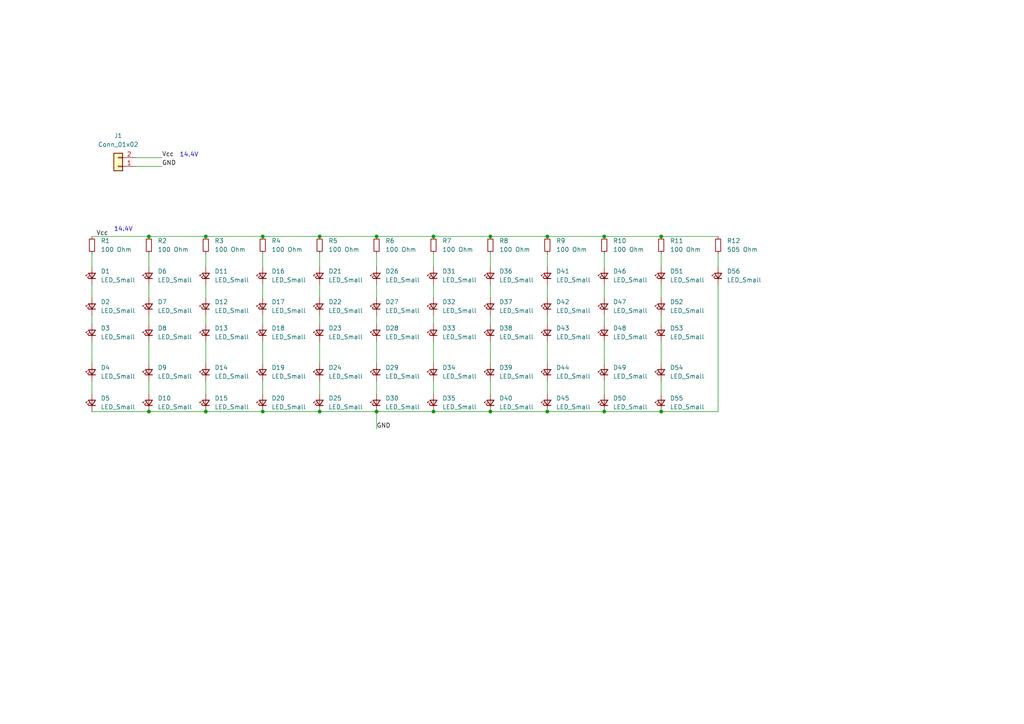
<source format=kicad_sch>
(kicad_sch (version 20230121) (generator eeschema)
  (paper "A4")
  (title_block (title "Brake_Light") (date "2023-10-22") (rev "v1.0") (company "TTR_8th") (comment 1 "Designed By Howard Lee"))
  (lib_symbols
    (symbol "Connector_Generic:Conn_01x02" (pin_names (offset 1.016) hide)
      (property "Reference" "J" (at 0 2.54 0))
      (property "Value" "Conn_01x02" (at 0 -5.08 0))
      (symbol "Conn_01x02_1_1"
        (rectangle (start -1.27 -2.413) (end 0 -2.667) (stroke (width 0.1524)))
        (rectangle (start -1.27 0.127) (end 0 -0.127) (stroke (width 0.1524)))
        (rectangle (start -1.27 1.27) (end 1.27 -3.81) (stroke (width 0.254)) (fill (type background)))
        (pin passive line (at -5.08 0 0) (length 3.81) (name "Pin_1") (number "1"))
        (pin passive line (at -5.08 -2.54 0) (length 3.81) (name "Pin_2") (number "2"))
      )
    )
    (symbol "Device:LED_Small" (pin_numbers hide) (pin_names (offset 0.254) hide)
      (property "Reference" "D" (at -1.27 3.175 0))
      (property "Value" "LED_Small" (at -4.445 -2.54 0))
      (symbol "LED_Small_0_1"
        (polyline (pts (xy -0.762 -1.016) (xy -0.762 1.016)) (stroke (width 0.254)))
        (polyline (pts (xy 1.016 0) (xy -0.762 0)))
        (polyline (pts (xy 0.762 -1.016) (xy -0.762 0) (xy 0.762 1.016) (xy 0.762 -1.016)) (stroke (width 0.254)))
        (polyline (pts (xy 0 0.762) (xy -0.508 1.27) (xy -0.254 1.27) (xy -0.508 1.27) (xy -0.508 1.016)))
        (polyline (pts (xy 0.508 1.27) (xy 0 1.778) (xy 0.254 1.778) (xy 0 1.778) (xy 0 1.524)))
      )
      (symbol "LED_Small_1_1"
        (pin passive line (at -2.54 0 0) (length 1.778) (name "K") (number "1"))
        (pin passive line (at 2.54 0 180) (length 1.778) (name "A") (number "2"))
      )
    )
    (symbol "Device:R_Small" (pin_numbers hide) (pin_names (offset 0.254) hide)
      (property "Reference" "R" (at 0.762 0.508 0))
      (property "Value" "R_Small" (at 0.762 -1.016 0))
      (symbol "R_Small_0_1"
        (rectangle (start -0.762 1.778) (end 0.762 -1.778) (stroke (width 0.2032)))
      )
      (symbol "R_Small_1_1"
        (pin passive line (at 0 2.54 270) (length 0.762) (name "~") (number "1"))
        (pin passive line (at 0 -2.54 90) (length 0.762) (name "~") (number "2"))
      )
    )
  )
  (junction (at 158.75 68.58))
  (junction (at 191.77 119.38))
  (junction (at 59.69 119.38))
  (junction (at 109.22 119.38))
  (junction (at 76.2 68.58))
  (junction (at 125.73 68.58))
  (junction (at 92.71 119.38))
  (junction (at 158.75 119.38))
  (junction (at 175.26 68.58))
  (junction (at 175.26 119.38))
  (junction (at 109.22 68.58))
  (junction (at 142.24 68.58))
  (junction (at 125.73 119.38))
  (junction (at 191.77 68.58))
  (junction (at 59.69 68.58))
  (junction (at 142.24 119.38))
  (junction (at 43.18 68.58))
  (junction (at 92.71 68.58))
  (junction (at 76.2 119.38))
  (junction (at 43.18 119.38))
  (wire (pts (xy 125.73 82.55) (xy 125.73 86.36)))
  (wire (pts (xy 76.2 91.44) (xy 76.2 93.98)))
  (wire (pts (xy 76.2 110.49) (xy 76.2 114.3)))
  (wire (pts (xy 59.69 91.44) (xy 59.69 93.98)))
  (wire (pts (xy 158.75 91.44) (xy 158.75 93.98)))
  (wire (pts (xy 76.2 68.58) (xy 92.71 68.58)))
  (wire (pts (xy 76.2 82.55) (xy 76.2 86.36)))
  (wire (pts (xy 191.77 91.44) (xy 191.77 93.98)))
  (wire (pts (xy 59.69 99.06) (xy 59.69 105.41)))
  (wire (pts (xy 109.22 124.46) (xy 109.22 119.38)))
  (wire (pts (xy 92.71 68.58) (xy 109.22 68.58)))
  (wire (pts (xy 109.22 91.44) (xy 109.22 93.98)))
  (wire (pts (xy 142.24 73.66) (xy 142.24 77.47)))
  (wire (pts (xy 59.69 119.38) (xy 76.2 119.38)))
  (wire (pts (xy 43.18 68.58) (xy 59.69 68.58)))
  (wire (pts (xy 191.77 110.49) (xy 191.77 114.3)))
  (wire (pts (xy 92.71 82.55) (xy 92.71 86.36)))
  (wire (pts (xy 59.69 82.55) (xy 59.69 86.36)))
  (wire (pts (xy 43.18 91.44) (xy 43.18 93.98)))
  (wire (pts (xy 208.28 119.38) (xy 191.77 119.38)))
  (wire (pts (xy 142.24 68.58) (xy 158.75 68.58)))
  (wire (pts (xy 191.77 99.06) (xy 191.77 105.41)))
  (wire (pts (xy 109.22 119.38) (xy 125.73 119.38)))
  (wire (pts (xy 175.26 110.49) (xy 175.26 114.3)))
  (wire (pts (xy 92.71 110.49) (xy 92.71 114.3)))
  (wire (pts (xy 125.73 110.49) (xy 125.73 114.3)))
  (wire (pts (xy 208.28 73.66) (xy 208.28 77.47)))
  (wire (pts (xy 125.73 68.58) (xy 142.24 68.58)))
  (wire (pts (xy 175.26 68.58) (xy 191.77 68.58)))
  (wire (pts (xy 109.22 68.58) (xy 125.73 68.58)))
  (wire (pts (xy 59.69 73.66) (xy 59.69 77.47)))
  (wire (pts (xy 43.18 119.38) (xy 59.69 119.38)))
  (wire (pts (xy 142.24 119.38) (xy 158.75 119.38)))
  (wire (pts (xy 175.26 73.66) (xy 175.26 77.47)))
  (wire (pts (xy 26.67 119.38) (xy 43.18 119.38)))
  (wire (pts (xy 158.75 73.66) (xy 158.75 77.47)))
  (wire (pts (xy 175.26 99.06) (xy 175.26 105.41)))
  (wire (pts (xy 26.67 82.55) (xy 26.67 86.36)))
  (wire (pts (xy 125.73 91.44) (xy 125.73 93.98)))
  (wire (pts (xy 158.75 68.58) (xy 175.26 68.58)))
  (wire (pts (xy 46.99 48.26) (xy 39.37 48.26)))
  (wire (pts (xy 26.67 68.58) (xy 43.18 68.58)))
  (wire (pts (xy 92.71 73.66) (xy 92.71 77.47)))
  (wire (pts (xy 76.2 99.06) (xy 76.2 105.41)))
  (wire (pts (xy 92.71 91.44) (xy 92.71 93.98)))
  (wire (pts (xy 191.77 82.55) (xy 191.77 86.36)))
  (wire (pts (xy 175.26 82.55) (xy 175.26 86.36)))
  (wire (pts (xy 158.75 82.55) (xy 158.75 86.36)))
  (wire (pts (xy 191.77 73.66) (xy 191.77 77.47)))
  (wire (pts (xy 142.24 99.06) (xy 142.24 105.41)))
  (wire (pts (xy 76.2 73.66) (xy 76.2 77.47)))
  (wire (pts (xy 208.28 82.55) (xy 208.28 119.38)))
  (wire (pts (xy 175.26 119.38) (xy 191.77 119.38)))
  (wire (pts (xy 26.67 110.49) (xy 26.67 114.3)))
  (wire (pts (xy 43.18 110.49) (xy 43.18 114.3)))
  (wire (pts (xy 191.77 68.58) (xy 208.28 68.58)))
  (wire (pts (xy 175.26 91.44) (xy 175.26 93.98)))
  (wire (pts (xy 43.18 82.55) (xy 43.18 86.36)))
  (wire (pts (xy 26.67 99.06) (xy 26.67 105.41)))
  (wire (pts (xy 59.69 110.49) (xy 59.69 114.3)))
  (wire (pts (xy 92.71 119.38) (xy 109.22 119.38)))
  (wire (pts (xy 142.24 82.55) (xy 142.24 86.36)))
  (wire (pts (xy 125.73 73.66) (xy 125.73 77.47)))
  (wire (pts (xy 26.67 73.66) (xy 26.67 77.47)))
  (wire (pts (xy 109.22 110.49) (xy 109.22 114.3)))
  (wire (pts (xy 158.75 110.49) (xy 158.75 114.3)))
  (wire (pts (xy 109.22 82.55) (xy 109.22 86.36)))
  (wire (pts (xy 26.67 91.44) (xy 26.67 93.98)))
  (wire (pts (xy 43.18 73.66) (xy 43.18 77.47)))
  (wire (pts (xy 46.99 45.72) (xy 39.37 45.72)))
  (wire (pts (xy 43.18 99.06) (xy 43.18 105.41)))
  (wire (pts (xy 142.24 110.49) (xy 142.24 114.3)))
  (wire (pts (xy 125.73 119.38) (xy 142.24 119.38)))
  (wire (pts (xy 59.69 68.58) (xy 76.2 68.58)))
  (wire (pts (xy 109.22 99.06) (xy 109.22 105.41)))
  (wire (pts (xy 76.2 119.38) (xy 92.71 119.38)))
  (wire (pts (xy 158.75 99.06) (xy 158.75 105.41)))
  (wire (pts (xy 125.73 99.06) (xy 125.73 105.41)))
  (wire (pts (xy 109.22 73.66) (xy 109.22 77.47)))
  (wire (pts (xy 142.24 91.44) (xy 142.24 93.98)))
  (wire (pts (xy 158.75 119.38) (xy 175.26 119.38)))
  (wire (pts (xy 92.71 99.06) (xy 92.71 105.41)))
  (text "14.4V" (at 33.02 67.31 0) (effects (font (size 1.27 1.27)) (justify left bottom)))
  (text "14.4V" (at 52.07 45.72 0) (effects (font (size 1.27 1.27)) (justify left bottom)))
  (label "Vcc" (at 27.94 68.58 0))
  (label "Vcc" (at 46.99 45.72 0))
  (label "GND" (at 46.99 48.26 0))
  (label "GND" (at 109.22 124.46 0))
  (symbol (lib_id "Device:LED_Small") (at 92.71 116.84 90) (unit 1)
    (property "Reference" "D25" (at 95.25 115.5065 90) (effects (justify right)))
    (property "Value" "LED_Small" (at 95.25 118.0465 90) (effects (justify right)))
    (property "Footprint" "LED_SMD:LED_0805_2012Metric" (effects hide))
  )
  (symbol (lib_id "Device:LED_Small") (at 92.71 88.9 90) (unit 1)
    (property "Reference" "D22" (at 95.25 87.5665 90) (effects (justify right)))
    (property "Value" "LED_Small" (at 95.25 90.1065 90) (effects (justify right)))
    (property "Footprint" "LED_SMD:LED_0805_2012Metric" (effects hide))
  )
  (symbol (lib_id "Device:LED_Small") (at 26.67 96.52 90) (unit 1)
    (property "Reference" "D3" (at 29.21 95.1865 90) (effects (justify right)))
    (property "Value" "LED_Small" (at 29.21 97.7265 90) (effects (justify right)))
    (property "Footprint" "LED_SMD:LED_0805_2012Metric" (effects hide))
  )
  (symbol (lib_id "Device:LED_Small") (at 191.77 116.84 90) (unit 1)
    (property "Reference" "D55" (at 194.31 115.5065 90) (effects (justify right)))
    (property "Value" "LED_Small" (at 194.31 118.0465 90) (effects (justify right)))
    (property "Footprint" "LED_SMD:LED_0805_2012Metric" (effects hide))
  )
  (symbol (lib_id "Device:LED_Small") (at 43.18 96.52 90) (unit 1)
    (property "Reference" "D8" (at 45.72 95.1865 90) (effects (justify right)))
    (property "Value" "LED_Small" (at 45.72 97.7265 90) (effects (justify right)))
    (property "Footprint" "LED_SMD:LED_0805_2012Metric" (effects hide))
  )
  (symbol (lib_id "Device:LED_Small") (at 109.22 80.01 90) (unit 1)
    (property "Reference" "D26" (at 111.76 78.6765 90) (effects (justify right)))
    (property "Value" "LED_Small" (at 111.76 81.2165 90) (effects (justify right)))
    (property "Footprint" "LED_SMD:LED_0805_2012Metric" (effects hide))
  )
  (symbol (lib_id "Device:LED_Small") (at 142.24 96.52 90) (unit 1)
    (property "Reference" "D38" (at 144.78 95.1865 90) (effects (justify right)))
    (property "Value" "LED_Small" (at 144.78 97.7265 90) (effects (justify right)))
    (property "Footprint" "LED_SMD:LED_0805_2012Metric" (effects hide))
  )
  (symbol (lib_id "Device:LED_Small") (at 59.69 96.52 90) (unit 1)
    (property "Reference" "D13" (at 62.23 95.1865 90) (effects (justify right)))
    (property "Value" "LED_Small" (at 62.23 97.7265 90) (effects (justify right)))
    (property "Footprint" "LED_SMD:LED_0805_2012Metric" (effects hide))
  )
  (symbol (lib_id "Device:LED_Small") (at 109.22 96.52 90) (unit 1)
    (property "Reference" "D28" (at 111.76 95.1865 90) (effects (justify right)))
    (property "Value" "LED_Small" (at 111.76 97.7265 90) (effects (justify right)))
    (property "Footprint" "LED_SMD:LED_0805_2012Metric" (effects hide))
  )
  (symbol (lib_id "Connector_Generic:Conn_01x02") (at 34.29 48.26 180) (unit 1)
    (property "Reference" "J1" (at 34.29 39.37 0))
    (property "Value" "Conn_01x02" (at 34.29 41.91 0))
    (property "Footprint" "Connector_JST:JST_XH_B2B-XH-A_1x02_P2.50mm_Vertical" (effects hide))
  )
  (symbol (lib_id "Device:R_Small") (at 109.22 71.12 0) (unit 1)
    (property "Reference" "R6" (at 111.76 69.85 0) (effects (justify left)))
    (property "Value" "100 Ohm" (at 111.76 72.39 0) (effects (justify left)))
    (property "Footprint" "Resistor_SMD:R_0805_2012Metric" (effects hide))
  )
  (symbol (lib_id "Device:LED_Small") (at 59.69 116.84 90) (unit 1)
    (property "Reference" "D15" (at 62.23 115.5065 90) (effects (justify right)))
    (property "Value" "LED_Small" (at 62.23 118.0465 90) (effects (justify right)))
    (property "Footprint" "LED_SMD:LED_0805_2012Metric" (effects hide))
  )
  (symbol (lib_id "Device:R_Small") (at 175.26 71.12 0) (unit 1)
    (property "Reference" "R10" (at 177.8 69.85 0) (effects (justify left)))
    (property "Value" "100 Ohm" (at 177.8 72.39 0) (effects (justify left)))
    (property "Footprint" "Resistor_SMD:R_0805_2012Metric" (effects hide))
  )
  (symbol (lib_id "Device:LED_Small") (at 208.28 80.01 90) (unit 1)
    (property "Reference" "D56" (at 210.82 78.6765 90) (effects (justify right)))
    (property "Value" "LED_Small" (at 210.82 81.2165 90) (effects (justify right)))
    (property "Footprint" "LED_SMD:LED_0805_2012Metric" (effects hide))
  )
  (symbol (lib_id "Device:R_Small") (at 142.24 71.12 0) (unit 1)
    (property "Reference" "R8" (at 144.78 69.85 0) (effects (justify left)))
    (property "Value" "100 Ohm" (at 144.78 72.39 0) (effects (justify left)))
    (property "Footprint" "Resistor_SMD:R_0805_2012Metric" (effects hide))
  )
  (symbol (lib_id "Device:R_Small") (at 208.28 71.12 0) (unit 1)
    (property "Reference" "R12" (at 210.82 69.85 0) (effects (justify left)))
    (property "Value" "505 Ohm" (at 210.82 72.39 0) (effects (justify left)))
    (property "Footprint" "Resistor_SMD:R_0805_2012Metric" (effects hide))
  )
  (symbol (lib_id "Device:R_Small") (at 76.2 71.12 0) (unit 1)
    (property "Reference" "R4" (at 78.74 69.85 0) (effects (justify left)))
    (property "Value" "100 Ohm" (at 78.74 72.39 0) (effects (justify left)))
    (property "Footprint" "Resistor_SMD:R_0805_2012Metric" (effects hide))
  )
  (symbol (lib_id "Device:R_Small") (at 59.69 71.12 0) (unit 1)
    (property "Reference" "R3" (at 62.23 69.85 0) (effects (justify left)))
    (property "Value" "100 Ohm" (at 62.23 72.39 0) (effects (justify left)))
    (property "Footprint" "Resistor_SMD:R_0805_2012Metric" (effects hide))
  )
  (symbol (lib_id "Device:LED_Small") (at 158.75 96.52 90) (unit 1)
    (property "Reference" "D43" (at 161.29 95.1865 90) (effects (justify right)))
    (property "Value" "LED_Small" (at 161.29 97.7265 90) (effects (justify right)))
    (property "Footprint" "LED_SMD:LED_0805_2012Metric" (effects hide))
  )
  (symbol (lib_id "Device:LED_Small") (at 43.18 88.9 90) (unit 1)
    (property "Reference" "D7" (at 45.72 87.5665 90) (effects (justify right)))
    (property "Value" "LED_Small" (at 45.72 90.1065 90) (effects (justify right)))
    (property "Footprint" "LED_SMD:LED_0805_2012Metric" (effects hide))
  )
  (symbol (lib_id "Device:LED_Small") (at 43.18 116.84 90) (unit 1)
    (property "Reference" "D10" (at 45.72 115.5065 90) (effects (justify right)))
    (property "Value" "LED_Small" (at 45.72 118.0465 90) (effects (justify right)))
    (property "Footprint" "LED_SMD:LED_0805_2012Metric" (effects hide))
  )
  (symbol (lib_id "Device:LED_Small") (at 158.75 116.84 90) (unit 1)
    (property "Reference" "D45" (at 161.29 115.5065 90) (effects (justify right)))
    (property "Value" "LED_Small" (at 161.29 118.0465 90) (effects (justify right)))
    (property "Footprint" "LED_SMD:LED_0805_2012Metric" (effects hide))
  )
  (symbol (lib_id "Device:LED_Small") (at 76.2 96.52 90) (unit 1)
    (property "Reference" "D18" (at 78.74 95.1865 90) (effects (justify right)))
    (property "Value" "LED_Small" (at 78.74 97.7265 90) (effects (justify right)))
    (property "Footprint" "LED_SMD:LED_0805_2012Metric" (effects hide))
  )
  (symbol (lib_id "Device:LED_Small") (at 92.71 80.01 90) (unit 1)
    (property "Reference" "D21" (at 95.25 78.6765 90) (effects (justify right)))
    (property "Value" "LED_Small" (at 95.25 81.2165 90) (effects (justify right)))
    (property "Footprint" "LED_SMD:LED_0805_2012Metric" (effects hide))
  )
  (symbol (lib_id "Device:LED_Small") (at 175.26 80.01 90) (unit 1)
    (property "Reference" "D46" (at 177.8 78.6765 90) (effects (justify right)))
    (property "Value" "LED_Small" (at 177.8 81.2165 90) (effects (justify right)))
    (property "Footprint" "LED_SMD:LED_0805_2012Metric" (effects hide))
  )
  (symbol (lib_id "Device:LED_Small") (at 125.73 116.84 90) (unit 1)
    (property "Reference" "D35" (at 128.27 115.5065 90) (effects (justify right)))
    (property "Value" "LED_Small" (at 128.27 118.0465 90) (effects (justify right)))
    (property "Footprint" "LED_SMD:LED_0805_2012Metric" (effects hide))
  )
  (symbol (lib_id "Device:R_Small") (at 92.71 71.12 0) (unit 1)
    (property "Reference" "R5" (at 95.25 69.85 0) (effects (justify left)))
    (property "Value" "100 Ohm" (at 95.25 72.39 0) (effects (justify left)))
    (property "Footprint" "Resistor_SMD:R_0805_2012Metric" (effects hide))
  )
  (symbol (lib_id "Device:LED_Small") (at 125.73 96.52 90) (unit 1)
    (property "Reference" "D33" (at 128.27 95.1865 90) (effects (justify right)))
    (property "Value" "LED_Small" (at 128.27 97.7265 90) (effects (justify right)))
    (property "Footprint" "LED_SMD:LED_0805_2012Metric" (effects hide))
  )
  (symbol (lib_id "Device:LED_Small") (at 92.71 107.95 90) (unit 1)
    (property "Reference" "D24" (at 95.25 106.6165 90) (effects (justify right)))
    (property "Value" "LED_Small" (at 95.25 109.1565 90) (effects (justify right)))
    (property "Footprint" "LED_SMD:LED_0805_2012Metric" (effects hide))
  )
  (symbol (lib_id "Device:LED_Small") (at 76.2 88.9 90) (unit 1)
    (property "Reference" "D17" (at 78.74 87.5665 90) (effects (justify right)))
    (property "Value" "LED_Small" (at 78.74 90.1065 90) (effects (justify right)))
    (property "Footprint" "LED_SMD:LED_0805_2012Metric" (effects hide))
  )
  (symbol (lib_id "Device:LED_Small") (at 109.22 88.9 90) (unit 1)
    (property "Reference" "D27" (at 111.76 87.5665 90) (effects (justify right)))
    (property "Value" "LED_Small" (at 111.76 90.1065 90) (effects (justify right)))
    (property "Footprint" "LED_SMD:LED_0805_2012Metric" (effects hide))
  )
  (symbol (lib_id "Device:LED_Small") (at 191.77 107.95 90) (unit 1)
    (property "Reference" "D54" (at 194.31 106.6165 90) (effects (justify right)))
    (property "Value" "LED_Small" (at 194.31 109.1565 90) (effects (justify right)))
    (property "Footprint" "LED_SMD:LED_0805_2012Metric" (effects hide))
  )
  (symbol (lib_id "Device:LED_Small") (at 26.67 88.9 90) (unit 1)
    (property "Reference" "D2" (at 29.21 87.5665 90) (effects (justify right)))
    (property "Value" "LED_Small" (at 29.21 90.1065 90) (effects (justify right)))
    (property "Footprint" "LED_SMD:LED_0805_2012Metric" (effects hide))
  )
  (symbol (lib_id "Device:LED_Small") (at 109.22 107.95 90) (unit 1)
    (property "Reference" "D29" (at 111.76 106.6165 90) (effects (justify right)))
    (property "Value" "LED_Small" (at 111.76 109.1565 90) (effects (justify right)))
    (property "Footprint" "LED_SMD:LED_0805_2012Metric" (effects hide))
  )
  (symbol (lib_id "Device:LED_Small") (at 158.75 107.95 90) (unit 1)
    (property "Reference" "D44" (at 161.29 106.6165 90) (effects (justify right)))
    (property "Value" "LED_Small" (at 161.29 109.1565 90) (effects (justify right)))
    (property "Footprint" "LED_SMD:LED_0805_2012Metric" (effects hide))
  )
  (symbol (lib_id "Device:LED_Small") (at 109.22 116.84 90) (unit 1)
    (property "Reference" "D30" (at 111.76 115.5065 90) (effects (justify right)))
    (property "Value" "LED_Small" (at 111.76 118.0465 90) (effects (justify right)))
    (property "Footprint" "LED_SMD:LED_0805_2012Metric" (effects hide))
  )
  (symbol (lib_id "Device:R_Small") (at 191.77 71.12 0) (unit 1)
    (property "Reference" "R11" (at 194.31 69.85 0) (effects (justify left)))
    (property "Value" "100 Ohm" (at 194.31 72.39 0) (effects (justify left)))
    (property "Footprint" "Resistor_SMD:R_0805_2012Metric" (effects hide))
  )
  (symbol (lib_id "Device:LED_Small") (at 158.75 88.9 90) (unit 1)
    (property "Reference" "D42" (at 161.29 87.5665 90) (effects (justify right)))
    (property "Value" "LED_Small" (at 161.29 90.1065 90) (effects (justify right)))
    (property "Footprint" "LED_SMD:LED_0805_2012Metric" (effects hide))
  )
  (symbol (lib_id "Device:LED_Small") (at 142.24 88.9 90) (unit 1)
    (property "Reference" "D37" (at 144.78 87.5665 90) (effects (justify right)))
    (property "Value" "LED_Small" (at 144.78 90.1065 90) (effects (justify right)))
    (property "Footprint" "LED_SMD:LED_0805_2012Metric" (effects hide))
  )
  (symbol (lib_id "Device:LED_Small") (at 76.2 116.84 90) (unit 1)
    (property "Reference" "D20" (at 78.74 115.5065 90) (effects (justify right)))
    (property "Value" "LED_Small" (at 78.74 118.0465 90) (effects (justify right)))
    (property "Footprint" "LED_SMD:LED_0805_2012Metric" (effects hide))
  )
  (symbol (lib_id "Device:LED_Small") (at 59.69 88.9 90) (unit 1)
    (property "Reference" "D12" (at 62.23 87.5665 90) (effects (justify right)))
    (property "Value" "LED_Small" (at 62.23 90.1065 90) (effects (justify right)))
    (property "Footprint" "LED_SMD:LED_0805_2012Metric" (effects hide))
  )
  (symbol (lib_id "Device:LED_Small") (at 175.26 96.52 90) (unit 1)
    (property "Reference" "D48" (at 177.8 95.1865 90) (effects (justify right)))
    (property "Value" "LED_Small" (at 177.8 97.7265 90) (effects (justify right)))
    (property "Footprint" "LED_SMD:LED_0805_2012Metric" (effects hide))
  )
  (symbol (lib_id "Device:LED_Small") (at 191.77 96.52 90) (unit 1)
    (property "Reference" "D53" (at 194.31 95.1865 90) (effects (justify right)))
    (property "Value" "LED_Small" (at 194.31 97.7265 90) (effects (justify right)))
    (property "Footprint" "LED_SMD:LED_0805_2012Metric" (effects hide))
  )
  (symbol (lib_id "Device:R_Small") (at 158.75 71.12 0) (unit 1)
    (property "Reference" "R9" (at 161.29 69.85 0) (effects (justify left)))
    (property "Value" "100 Ohm" (at 161.29 72.39 0) (effects (justify left)))
    (property "Footprint" "Resistor_SMD:R_0805_2012Metric" (effects hide))
  )
  (symbol (lib_id "Device:LED_Small") (at 175.26 88.9 90) (unit 1)
    (property "Reference" "D47" (at 177.8 87.5665 90) (effects (justify right)))
    (property "Value" "LED_Small" (at 177.8 90.1065 90) (effects (justify right)))
    (property "Footprint" "LED_SMD:LED_0805_2012Metric" (effects hide))
  )
  (symbol (lib_id "Device:LED_Small") (at 43.18 107.95 90) (unit 1)
    (property "Reference" "D9" (at 45.72 106.6165 90) (effects (justify right)))
    (property "Value" "LED_Small" (at 45.72 109.1565 90) (effects (justify right)))
    (property "Footprint" "LED_SMD:LED_0805_2012Metric" (effects hide))
  )
  (symbol (lib_id "Device:LED_Small") (at 142.24 80.01 90) (unit 1)
    (property "Reference" "D36" (at 144.78 78.6765 90) (effects (justify right)))
    (property "Value" "LED_Small" (at 144.78 81.2165 90) (effects (justify right)))
    (property "Footprint" "LED_SMD:LED_0805_2012Metric" (effects hide))
  )
  (symbol (lib_id "Device:LED_Small") (at 76.2 80.01 90) (unit 1)
    (property "Reference" "D16" (at 78.74 78.6765 90) (effects (justify right)))
    (property "Value" "LED_Small" (at 78.74 81.2165 90) (effects (justify right)))
    (property "Footprint" "LED_SMD:LED_0805_2012Metric" (effects hide))
  )
  (symbol (lib_id "Device:LED_Small") (at 142.24 107.95 90) (unit 1)
    (property "Reference" "D39" (at 144.78 106.6165 90) (effects (justify right)))
    (property "Value" "LED_Small" (at 144.78 109.1565 90) (effects (justify right)))
    (property "Footprint" "LED_SMD:LED_0805_2012Metric" (effects hide))
  )
  (symbol (lib_id "Device:LED_Small") (at 125.73 80.01 90) (unit 1)
    (property "Reference" "D31" (at 128.27 78.6765 90) (effects (justify right)))
    (property "Value" "LED_Small" (at 128.27 81.2165 90) (effects (justify right)))
    (property "Footprint" "LED_SMD:LED_0805_2012Metric" (effects hide))
  )
  (symbol (lib_id "Device:LED_Small") (at 125.73 107.95 90) (unit 1)
    (property "Reference" "D34" (at 128.27 106.6165 90) (effects (justify right)))
    (property "Value" "LED_Small" (at 128.27 109.1565 90) (effects (justify right)))
    (property "Footprint" "LED_SMD:LED_0805_2012Metric" (effects hide))
  )
  (symbol (lib_id "Device:R_Small") (at 26.67 71.12 0) (unit 1)
    (property "Reference" "R1" (at 29.21 69.85 0) (effects (justify left)))
    (property "Value" "100 Ohm" (at 29.21 72.39 0) (effects (justify left)))
    (property "Footprint" "Resistor_SMD:R_0805_2012Metric" (effects hide))
  )
  (symbol (lib_id "Device:LED_Small") (at 125.73 88.9 90) (unit 1)
    (property "Reference" "D32" (at 128.27 87.5665 90) (effects (justify right)))
    (property "Value" "LED_Small" (at 128.27 90.1065 90) (effects (justify right)))
    (property "Footprint" "LED_SMD:LED_0805_2012Metric" (effects hide))
  )
  (symbol (lib_id "Device:LED_Small") (at 158.75 80.01 90) (unit 1)
    (property "Reference" "D41" (at 161.29 78.6765 90) (effects (justify right)))
    (property "Value" "LED_Small" (at 161.29 81.2165 90) (effects (justify right)))
    (property "Footprint" "LED_SMD:LED_0805_2012Metric" (effects hide))
  )
  (symbol (lib_id "Device:LED_Small") (at 59.69 107.95 90) (unit 1)
    (property "Reference" "D14" (at 62.23 106.6165 90) (effects (justify right)))
    (property "Value" "LED_Small" (at 62.23 109.1565 90) (effects (justify right)))
    (property "Footprint" "LED_SMD:LED_0805_2012Metric" (effects hide))
  )
  (symbol (lib_id "Device:LED_Small") (at 175.26 107.95 90) (unit 1)
    (property "Reference" "D49" (at 177.8 106.6165 90) (effects (justify right)))
    (property "Value" "LED_Small" (at 177.8 109.1565 90) (effects (justify right)))
    (property "Footprint" "LED_SMD:LED_0805_2012Metric" (effects hide))
  )
  (symbol (lib_id "Device:LED_Small") (at 43.18 80.01 90) (unit 1)
    (property "Reference" "D6" (at 45.72 78.6765 90) (effects (justify right)))
    (property "Value" "LED_Small" (at 45.72 81.2165 90) (effects (justify right)))
    (property "Footprint" "LED_SMD:LED_0805_2012Metric" (effects hide))
  )
  (symbol (lib_id "Device:R_Small") (at 43.18 71.12 0) (unit 1)
    (property "Reference" "R2" (at 45.72 69.85 0) (effects (justify left)))
    (property "Value" "100 Ohm" (at 45.72 72.39 0) (effects (justify left)))
    (property "Footprint" "Resistor_SMD:R_0805_2012Metric" (effects hide))
  )
  (symbol (lib_id "Device:LED_Small") (at 175.26 116.84 90) (unit 1)
    (property "Reference" "D50" (at 177.8 115.5065 90) (effects (justify right)))
    (property "Value" "LED_Small" (at 177.8 118.0465 90) (effects (justify right)))
    (property "Footprint" "LED_SMD:LED_0805_2012Metric" (effects hide))
  )
  (symbol (lib_id "Device:LED_Small") (at 76.2 107.95 90) (unit 1)
    (property "Reference" "D19" (at 78.74 106.6165 90) (effects (justify right)))
    (property "Value" "LED_Small" (at 78.74 109.1565 90) (effects (justify right)))
    (property "Footprint" "LED_SMD:LED_0805_2012Metric" (effects hide))
  )
  (symbol (lib_id "Device:LED_Small") (at 26.67 116.84 90) (unit 1)
    (property "Reference" "D5" (at 29.21 115.5065 90) (effects (justify right)))
    (property "Value" "LED_Small" (at 29.21 118.0465 90) (effects (justify right)))
    (property "Footprint" "LED_SMD:LED_0805_2012Metric" (effects hide))
  )
  (symbol (lib_id "Device:LED_Small") (at 142.24 116.84 90) (unit 1)
    (property "Reference" "D40" (at 144.78 115.5065 90) (effects (justify right)))
    (property "Value" "LED_Small" (at 144.78 118.0465 90) (effects (justify right)))
    (property "Footprint" "LED_SMD:LED_0805_2012Metric" (effects hide))
  )
  (symbol (lib_id "Device:LED_Small") (at 191.77 88.9 90) (unit 1)
    (property "Reference" "D52" (at 194.31 87.5665 90) (effects (justify right)))
    (property "Value" "LED_Small" (at 194.31 90.1065 90) (effects (justify right)))
    (property "Footprint" "LED_SMD:LED_0805_2012Metric" (effects hide))
  )
  (symbol (lib_id "Device:LED_Small") (at 26.67 80.01 90) (unit 1)
    (property "Reference" "D1" (at 29.21 78.6765 90) (effects (justify right)))
    (property "Value" "LED_Small" (at 29.21 81.2165 90) (effects (justify right)))
    (property "Footprint" "LED_SMD:LED_0805_2012Metric" (effects hide))
  )
  (symbol (lib_id "Device:LED_Small") (at 26.67 107.95 90) (unit 1)
    (property "Reference" "D4" (at 29.21 106.6165 90) (effects (justify right)))
    (property "Value" "LED_Small" (at 29.21 109.1565 90) (effects (justify right)))
    (property "Footprint" "LED_SMD:LED_0805_2012Metric" (effects hide))
  )
  (symbol (lib_id "Device:R_Small") (at 125.73 71.12 0) (unit 1)
    (property "Reference" "R7" (at 128.27 69.85 0) (effects (justify left)))
    (property "Value" "100 Ohm" (at 128.27 72.39 0) (effects (justify left)))
    (property "Footprint" "Resistor_SMD:R_0805_2012Metric" (effects hide))
  )
  (symbol (lib_id "Device:LED_Small") (at 92.71 96.52 90) (unit 1)
    (property "Reference" "D23" (at 95.25 95.1865 90) (effects (justify right)))
    (property "Value" "LED_Small" (at 95.25 97.7265 90) (effects (justify right)))
    (property "Footprint" "LED_SMD:LED_0805_2012Metric" (effects hide))
  )
  (symbol (lib_id "Device:LED_Small") (at 191.77 80.01 90) (unit 1)
    (property "Reference" "D51" (at 194.31 78.6765 90) (effects (justify right)))
    (property "Value" "LED_Small" (at 194.31 81.2165 90) (effects (justify right)))
    (property "Footprint" "LED_SMD:LED_0805_2012Metric" (effects hide))
  )
  (symbol (lib_id "Device:LED_Small") (at 59.69 80.01 90) (unit 1)
    (property "Reference" "D11" (at 62.23 78.6765 90) (effects (justify right)))
    (property "Value" "LED_Small" (at 62.23 81.2165 90) (effects (justify right)))
    (property "Footprint" "LED_SMD:LED_0805_2012Metric" (effects hide))
  )
)
</source>
